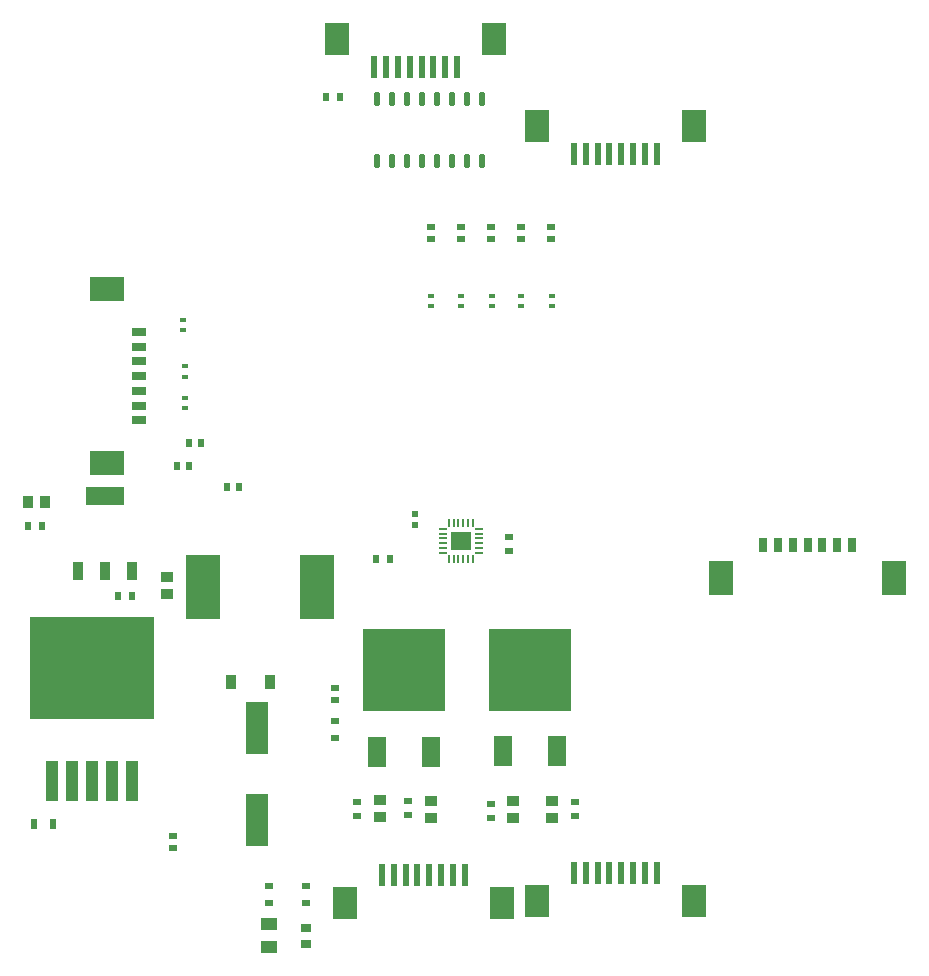
<source format=gtp>
G04*
G04 #@! TF.GenerationSoftware,Altium Limited,Altium Designer,19.1.5 (86)*
G04*
G04 Layer_Color=8421504*
%FSLAX44Y44*%
%MOMM*%
G71*
G01*
G75*
%ADD17R,0.6200X0.6000*%
%ADD18R,0.9000X0.7000*%
%ADD19R,0.9500X1.0500*%
%ADD20R,0.5200X0.7200*%
%ADD21R,0.5500X0.4500*%
%ADD22O,0.5500X1.2500*%
%ADD23R,0.7200X0.5200*%
%ADD24R,1.0500X0.9500*%
%ADD25R,0.8000X0.6000*%
%ADD26R,0.5400X0.9400*%
%ADD27R,0.8000X0.6000*%
%ADD28R,1.4000X1.0500*%
%ADD29R,0.9100X1.2200*%
%ADD30R,0.5500X0.6500*%
%ADD31R,0.9500X1.6500*%
%ADD32R,3.2500X1.6500*%
%ADD33R,0.8000X1.3000*%
%ADD34R,2.1000X3.0000*%
%ADD35R,10.5000X8.6000*%
%ADD36R,1.1000X3.5000*%
%ADD37R,0.6500X0.5500*%
%ADD38R,0.6000X1.9000*%
%ADD39R,2.1000X2.8000*%
%ADD40R,1.9000X4.4000*%
%ADD41R,2.9000X5.4000*%
%ADD42R,1.5000X2.5000*%
%ADD43R,7.0000X7.0000*%
%ADD44R,1.7000X1.5400*%
%ADD45O,0.2000X0.7000*%
%ADD46O,0.7000X0.2000*%
%ADD47R,3.0000X2.1000*%
%ADD48R,1.3000X0.8000*%
D17*
X342000Y381960D02*
D03*
Y391160D02*
D03*
D18*
X250190Y40640D02*
D03*
Y26640D02*
D03*
D19*
X28840Y401320D02*
D03*
X14340D02*
D03*
D20*
X14320Y381000D02*
D03*
X26320D02*
D03*
X266926Y744344D02*
D03*
X278926D02*
D03*
X102520Y321310D02*
D03*
X90520D02*
D03*
X309310Y353060D02*
D03*
X321310D02*
D03*
D21*
X458470Y576000D02*
D03*
Y567000D02*
D03*
X431800Y576000D02*
D03*
Y567000D02*
D03*
X407670Y576000D02*
D03*
Y567000D02*
D03*
X381000Y576000D02*
D03*
Y567000D02*
D03*
X355600Y576000D02*
D03*
Y567000D02*
D03*
X146050Y546680D02*
D03*
Y555680D02*
D03*
X147320Y489640D02*
D03*
Y480640D02*
D03*
Y507310D02*
D03*
Y516310D02*
D03*
D22*
X309756Y690154D02*
D03*
X322456D02*
D03*
X335156D02*
D03*
X347856D02*
D03*
X360556D02*
D03*
X373256D02*
D03*
X385956D02*
D03*
X398656D02*
D03*
X309756Y742654D02*
D03*
X322456D02*
D03*
X335156D02*
D03*
X347856D02*
D03*
X360556D02*
D03*
X373256D02*
D03*
X385956D02*
D03*
X398656D02*
D03*
D23*
X477520Y146970D02*
D03*
Y134970D02*
D03*
X406400Y145700D02*
D03*
Y133700D02*
D03*
X336550Y147830D02*
D03*
Y135830D02*
D03*
X421640Y371760D02*
D03*
Y359760D02*
D03*
X293370Y134970D02*
D03*
Y146970D02*
D03*
D24*
X458470Y133720D02*
D03*
Y148220D02*
D03*
X425450Y133720D02*
D03*
Y148220D02*
D03*
X355600Y133720D02*
D03*
Y148220D02*
D03*
X312420Y134090D02*
D03*
Y148590D02*
D03*
X132080Y337450D02*
D03*
Y322950D02*
D03*
D25*
X274320Y201030D02*
D03*
Y215530D02*
D03*
D26*
X19940Y128270D02*
D03*
X35940D02*
D03*
D27*
X250190Y61330D02*
D03*
Y75830D02*
D03*
X218440Y61330D02*
D03*
Y75830D02*
D03*
D28*
X218440Y43790D02*
D03*
Y24790D02*
D03*
D29*
X186850Y248920D02*
D03*
X219550D02*
D03*
D30*
X151210Y450850D02*
D03*
X161210D02*
D03*
X193040Y414020D02*
D03*
X183040D02*
D03*
X151130Y431800D02*
D03*
X141130D02*
D03*
D31*
X57010Y343150D02*
D03*
X80010D02*
D03*
X103010D02*
D03*
D32*
X80010Y406150D02*
D03*
D33*
X637070Y364490D02*
D03*
X649570D02*
D03*
X662070D02*
D03*
X674570D02*
D03*
X687070D02*
D03*
X699570D02*
D03*
X712070D02*
D03*
D34*
X601070Y336990D02*
D03*
X748070D02*
D03*
D35*
X68580Y260350D02*
D03*
D36*
X102580Y164850D02*
D03*
X85580D02*
D03*
X68580D02*
D03*
X51580D02*
D03*
X34580D02*
D03*
D37*
X137160Y118030D02*
D03*
Y108030D02*
D03*
X355693Y623650D02*
D03*
Y633650D02*
D03*
X381293Y623650D02*
D03*
Y633650D02*
D03*
X406693Y623650D02*
D03*
Y633650D02*
D03*
X432093Y623650D02*
D03*
Y633650D02*
D03*
X457493Y623650D02*
D03*
Y633650D02*
D03*
X274320Y233760D02*
D03*
Y243760D02*
D03*
D38*
X546810Y86680D02*
D03*
X536810D02*
D03*
X526810D02*
D03*
X516810D02*
D03*
X506810D02*
D03*
X496810D02*
D03*
X486810D02*
D03*
X476810D02*
D03*
X384250Y85410D02*
D03*
X374250D02*
D03*
X364250D02*
D03*
X354250D02*
D03*
X344250D02*
D03*
X334250D02*
D03*
X324250D02*
D03*
X314250D02*
D03*
X546810Y695640D02*
D03*
X536810D02*
D03*
X526810D02*
D03*
X516810D02*
D03*
X506810D02*
D03*
X496810D02*
D03*
X486810D02*
D03*
X476810D02*
D03*
X377776Y769424D02*
D03*
X367776D02*
D03*
X357776D02*
D03*
X347776D02*
D03*
X337776D02*
D03*
X327776D02*
D03*
X317776D02*
D03*
X307776D02*
D03*
D39*
X578310Y63180D02*
D03*
X445310D02*
D03*
X415750Y61910D02*
D03*
X282750D02*
D03*
X578310Y719140D02*
D03*
X445310D02*
D03*
X409276Y792924D02*
D03*
X276276D02*
D03*
D40*
X208280Y132080D02*
D03*
Y209580D02*
D03*
D41*
X162320Y328930D02*
D03*
X259320D02*
D03*
D42*
X309740Y189780D02*
D03*
X355740D02*
D03*
X416420Y190080D02*
D03*
X462420D02*
D03*
D43*
X332740Y258780D02*
D03*
X439420Y259080D02*
D03*
D44*
X381000Y368300D02*
D03*
D45*
X371000Y383620D02*
D03*
X375000D02*
D03*
X379000D02*
D03*
X383000D02*
D03*
X387000D02*
D03*
X391000D02*
D03*
Y352980D02*
D03*
X387000D02*
D03*
X383000D02*
D03*
X379000D02*
D03*
X375000D02*
D03*
X371000D02*
D03*
D46*
X396320Y378300D02*
D03*
Y374300D02*
D03*
Y370300D02*
D03*
Y366300D02*
D03*
Y362300D02*
D03*
Y358300D02*
D03*
X365680D02*
D03*
Y362300D02*
D03*
Y366300D02*
D03*
Y370300D02*
D03*
Y374300D02*
D03*
Y378300D02*
D03*
D47*
X81133Y434310D02*
D03*
Y581310D02*
D03*
D48*
X108633Y470310D02*
D03*
Y482810D02*
D03*
Y495310D02*
D03*
Y507810D02*
D03*
Y520310D02*
D03*
Y532810D02*
D03*
Y545310D02*
D03*
M02*

</source>
